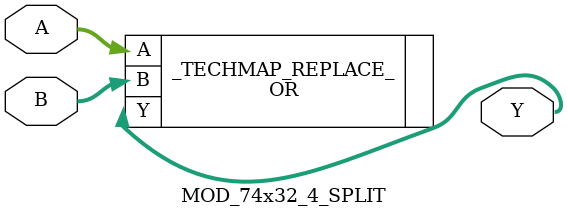
<source format=v>
module MOD_74x32_4 (A, B, Y);

parameter A_SIGNED = 0;
parameter B_SIGNED = 0;
parameter A_WIDTH = 0;
parameter B_WIDTH = 0;
parameter Y_WIDTH = 0;

input [3:0] A;
input [3:0] B;
output [3:0] Y;

OR _TECHMAP_REPLACE_(.A(A), .B(B), .Y(Y));

endmodule

module MOD_74x32_4_SPLIT (A, B, Y);

parameter A_SIGNED = 0;
parameter B_SIGNED = 0;
parameter A_WIDTH = 0;
parameter B_WIDTH = 0;
parameter Y_WIDTH = 0;

input [3:0] A;
input [3:0] B;
output [3:0] Y;


OR _TECHMAP_REPLACE_(.A(A), .B(B), .Y(Y));

endmodule
</source>
